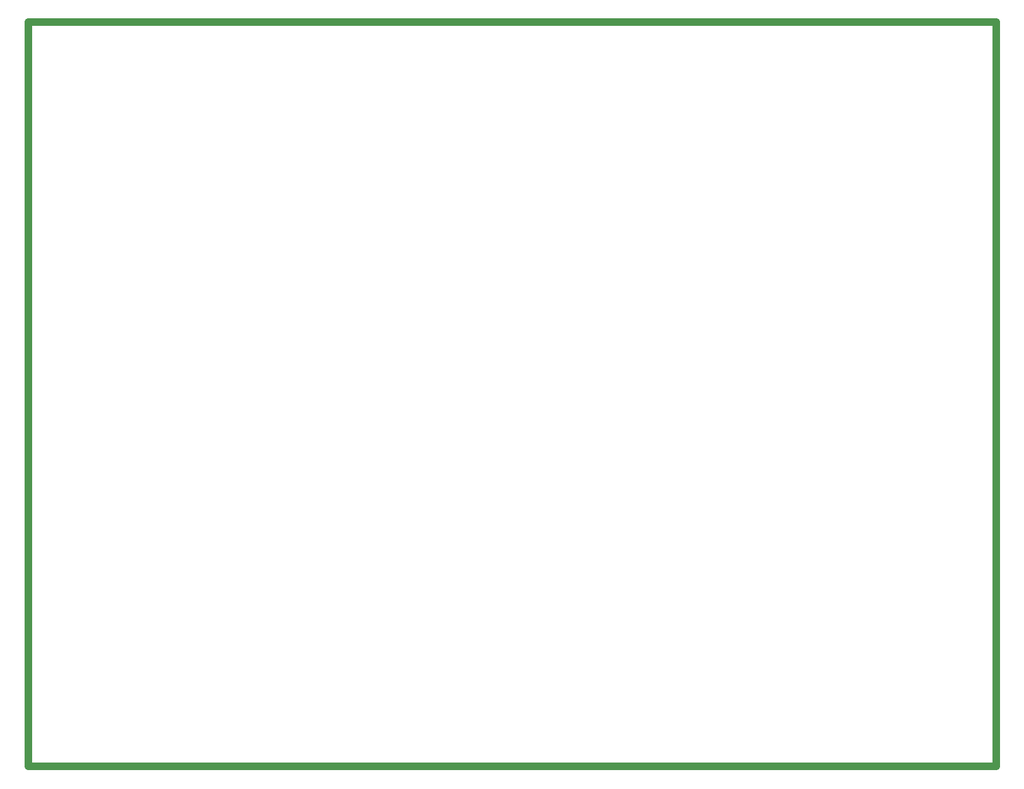
<source format=gbo>
%FSLAX24Y24*%
%MOIN*%
%ADD10C,0.0394*%
D10*
G01X0Y0D02*
X0Y39370D01*
X51181Y39370D01*
X51181Y0D01*
X0Y0D01*
M02*

</source>
